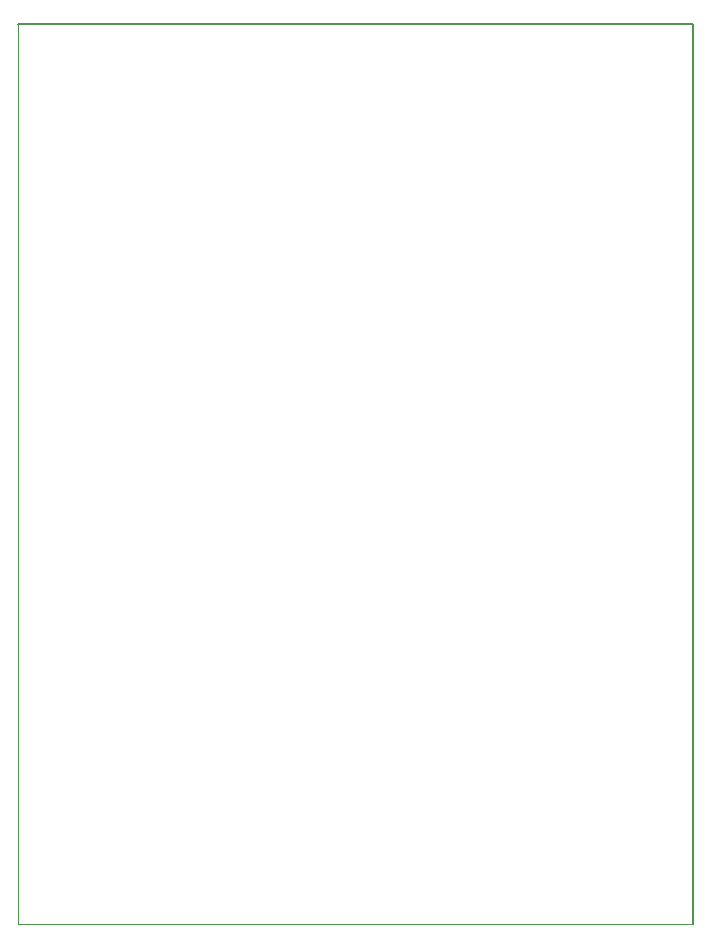
<source format=gbr>
%TF.GenerationSoftware,KiCad,Pcbnew,8.0.7*%
%TF.CreationDate,2025-04-14T16:04:07-05:00*%
%TF.ProjectId,TeXploRV2,54655870-6c6f-4525-9632-2e6b69636164,rev?*%
%TF.SameCoordinates,Original*%
%TF.FileFunction,Profile,NP*%
%FSLAX46Y46*%
G04 Gerber Fmt 4.6, Leading zero omitted, Abs format (unit mm)*
G04 Created by KiCad (PCBNEW 8.0.7) date 2025-04-14 16:04:07*
%MOMM*%
%LPD*%
G01*
G04 APERTURE LIST*
%TA.AperFunction,Profile*%
%ADD10C,0.050000*%
%TD*%
%TA.AperFunction,Profile*%
%ADD11C,0.152400*%
%TD*%
G04 APERTURE END LIST*
D10*
X119926100Y-143103600D02*
X177076100Y-143103600D01*
X119926100Y-66903600D02*
X119926100Y-143103600D01*
D11*
X177076100Y-66903600D02*
X119926100Y-66903600D01*
X177076100Y-66903600D02*
X177076100Y-143103600D01*
M02*

</source>
